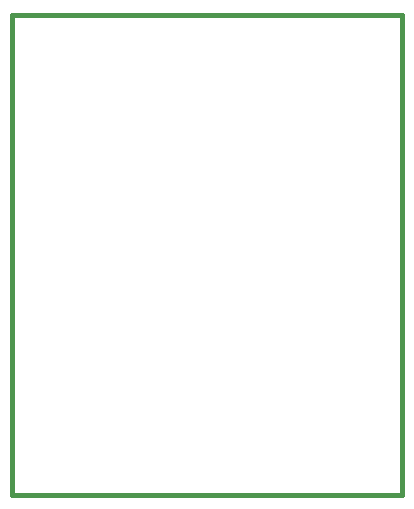
<source format=gko>
%FSLAX33Y33*%
%MOMM*%
%ADD10C,0.381*%
D10*
%LNpath-0*%
G01*
X2540Y2540D02*
X35560Y2540D01*
X35560Y43180*
X2540Y43180*
X2540Y2540*
%LNmechanical details_traces*%
M02*
</source>
